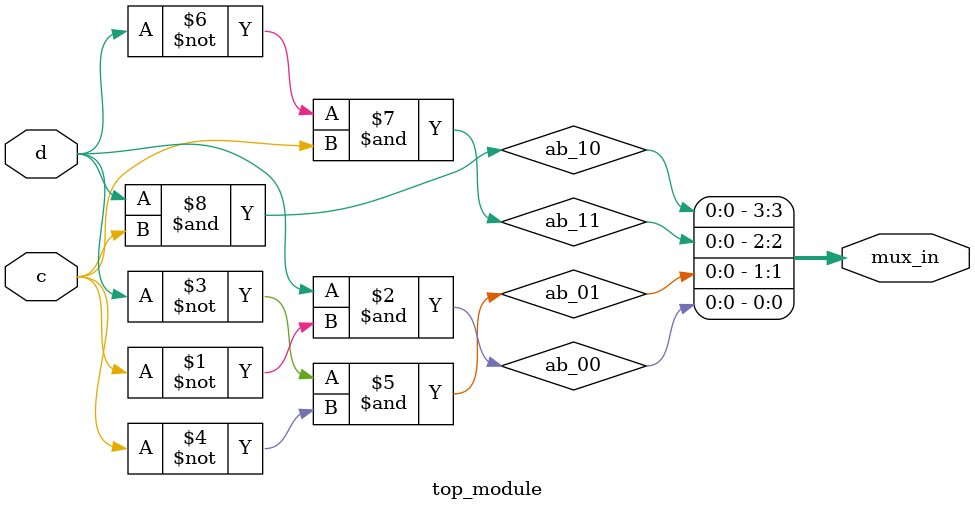
<source format=sv>
module top_module (
	input c,
	input d,
	output [3:0] mux_in
);

wire ab_00, ab_01, ab_11, ab_10;

assign ab_00 = d & ~c;
assign ab_01 = ~d & ~c;
assign ab_11 = ~d & c;
assign ab_10 = d & c;

assign mux_in[0] = ab_00;
assign mux_in[1] = ab_01;
assign mux_in[2] = ab_11;
assign mux_in[3] = ab_10;

endmodule

</source>
